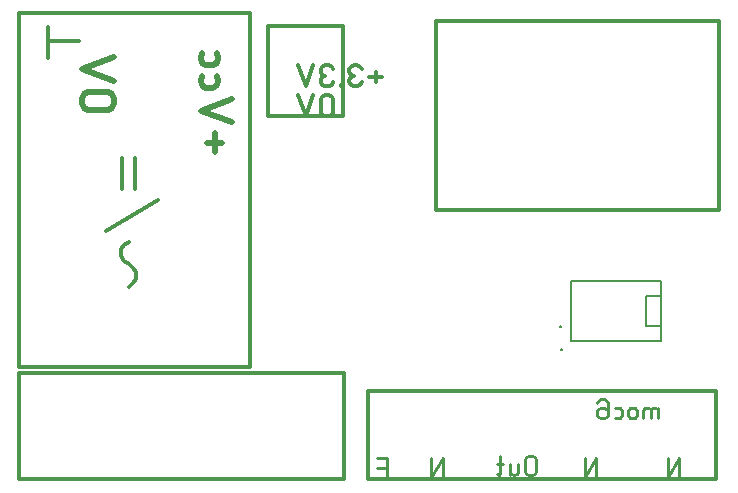
<source format=gbr>
%FSLAX34Y34*%
%MOMM*%
%LNSILK_BOTTOM*%
G71*
G01*
%ADD10C, 0.300*%
%ADD11C, 0.476*%
%ADD12C, 0.318*%
%ADD13C, 0.150*%
%ADD14C, 0.144*%
%ADD15C, 0.286*%
%ADD16C, 0.309*%
%LPD*%
G54D10*
X198575Y649000D02*
X3575Y649000D01*
X3575Y949000D01*
X198575Y949000D01*
X198575Y649000D01*
G54D10*
X278575Y554000D02*
X3575Y554000D01*
X3575Y644000D01*
X278575Y644000D01*
X278575Y554000D01*
G54D10*
X298575Y629000D02*
X593575Y629000D01*
X593575Y554000D01*
X298575Y554000D01*
X298575Y629000D01*
G54D10*
X596000Y782000D02*
X356000Y782000D01*
X356000Y942000D01*
X596000Y942000D01*
X596000Y782000D01*
G54D10*
X213900Y937600D02*
X277400Y937600D01*
X277400Y861400D01*
X213900Y861400D01*
X213900Y937600D01*
G54D11*
X78533Y882421D02*
X61867Y882421D01*
X58533Y880421D01*
X56867Y876421D01*
X56867Y872421D01*
X58533Y868421D01*
X61867Y866421D01*
X78533Y866421D01*
X81867Y868421D01*
X83533Y872421D01*
X83533Y876421D01*
X81867Y880421D01*
X78533Y882421D01*
G54D11*
X83533Y891754D02*
X56867Y901754D01*
X83533Y911754D01*
G54D11*
X168828Y830982D02*
X168828Y846982D01*
G54D11*
X175495Y838982D02*
X162162Y838982D01*
G54D11*
X183828Y856315D02*
X157162Y866315D01*
X183828Y876315D01*
G54D11*
X171162Y895648D02*
X172162Y891648D01*
X171162Y887648D01*
X167828Y885648D01*
X161162Y885648D01*
X157828Y887648D01*
X157162Y891648D01*
X157828Y895648D01*
G54D11*
X171162Y914981D02*
X172162Y910981D01*
X171162Y906981D01*
X167828Y904981D01*
X161162Y904981D01*
X157828Y906981D01*
X157162Y910981D01*
X157828Y914981D01*
G54D12*
X310487Y894578D02*
X299820Y894578D01*
G54D12*
X305154Y899022D02*
X305154Y890133D01*
G54D12*
X293598Y901244D02*
X292265Y903467D01*
X289598Y904578D01*
X286931Y904578D01*
X284265Y903467D01*
X282931Y901244D01*
X282931Y899022D01*
X284265Y896800D01*
X286931Y895689D01*
X284265Y894578D01*
X282931Y892356D01*
X282931Y890133D01*
X284265Y887911D01*
X286931Y886800D01*
X289598Y886800D01*
X292265Y887911D01*
X293598Y890133D01*
G54D12*
X275642Y886800D02*
X276709Y886800D01*
X276709Y887689D01*
X275642Y887689D01*
X275642Y886800D01*
X276709Y886800D01*
G54D12*
X269420Y901244D02*
X268087Y903467D01*
X265420Y904578D01*
X262753Y904578D01*
X260087Y903467D01*
X258753Y901244D01*
X258753Y899022D01*
X260087Y896800D01*
X262753Y895689D01*
X260087Y894578D01*
X258753Y892356D01*
X258753Y890133D01*
X260087Y887911D01*
X262753Y886800D01*
X265420Y886800D01*
X268087Y887911D01*
X269420Y890133D01*
G54D12*
X252531Y904578D02*
X245864Y886800D01*
X239198Y904578D01*
G54D12*
X258753Y875844D02*
X258753Y864733D01*
X260087Y862511D01*
X262753Y861400D01*
X265420Y861400D01*
X268087Y862511D01*
X269420Y864733D01*
X269420Y875844D01*
X268087Y878067D01*
X265420Y879178D01*
X262753Y879178D01*
X260087Y878067D01*
X258753Y875844D01*
G54D12*
X252531Y879178D02*
X245864Y861400D01*
X239198Y879178D01*
G54D13*
X546481Y670900D02*
X546481Y721700D01*
X470281Y721700D01*
X470281Y670900D01*
X546481Y670900D01*
G54D13*
X546481Y683600D02*
X546481Y709000D01*
X533781Y709000D01*
X533781Y683600D01*
X546481Y683600D01*
G54D14*
X463031Y663660D02*
X462338Y663660D01*
X462338Y664237D01*
X463031Y664237D01*
X463031Y663660D01*
X462338Y663660D01*
G54D14*
X461645Y683160D02*
X462338Y683160D01*
X462338Y683737D01*
X461645Y683737D01*
X461645Y683160D01*
X462338Y683160D01*
G54D14*
X461644Y683160D02*
X462338Y683160D01*
X462338Y683737D01*
X461644Y683737D01*
X461644Y683160D01*
X462338Y683160D01*
G54D15*
X314612Y555852D02*
X314612Y571852D01*
X306212Y571852D01*
G54D15*
X314612Y563852D02*
X306212Y563852D01*
G54D15*
X362004Y555852D02*
X362004Y571852D01*
X352404Y555852D01*
X352404Y571852D01*
G54D15*
X492004Y555852D02*
X492004Y571852D01*
X482404Y555852D01*
X482404Y571852D01*
G54D15*
X562004Y555852D02*
X562004Y571852D01*
X552404Y555852D01*
X552404Y571852D01*
G54D15*
X431564Y570852D02*
X431564Y560852D01*
X432764Y558852D01*
X435164Y557852D01*
X437564Y557852D01*
X439964Y558852D01*
X441164Y560852D01*
X441164Y570852D01*
X439964Y572852D01*
X437564Y573852D01*
X435164Y573852D01*
X432764Y572852D01*
X431564Y570852D01*
G54D15*
X418764Y566852D02*
X418764Y557852D01*
G54D15*
X418764Y559852D02*
X419964Y558252D01*
X422364Y557852D01*
X424764Y558252D01*
X425964Y559852D01*
X425964Y566852D01*
G54D15*
X410764Y573852D02*
X410764Y558852D01*
X409564Y557852D01*
X408364Y558252D01*
G54D15*
X413164Y566852D02*
X408364Y566852D01*
G54D15*
X544004Y605852D02*
X544004Y614852D01*
G54D15*
X544004Y613252D02*
X541604Y614852D01*
X539204Y614252D01*
X538004Y612852D01*
X538004Y605852D01*
G54D15*
X538004Y613252D02*
X535604Y614852D01*
X533204Y614252D01*
X532004Y612852D01*
X532004Y605852D01*
G54D15*
X519204Y608252D02*
X519204Y612252D01*
X520404Y614252D01*
X522804Y614852D01*
X525204Y614252D01*
X526404Y612252D01*
X526404Y608252D01*
X525204Y606252D01*
X522804Y605852D01*
X520404Y606252D01*
X519204Y608252D01*
G54D15*
X507604Y614252D02*
X510004Y614852D01*
X512404Y614252D01*
X513604Y612252D01*
X513604Y608252D01*
X512404Y606252D01*
X510004Y605852D01*
X507604Y606252D01*
G54D15*
X492404Y618852D02*
X493604Y620852D01*
X496004Y621852D01*
X498404Y621852D01*
X500804Y620852D01*
X502004Y618852D01*
X502004Y613852D01*
X502004Y612852D01*
X498404Y614852D01*
X496004Y614852D01*
X493604Y613852D01*
X492404Y611852D01*
X492404Y608852D01*
X493604Y606852D01*
X496004Y605852D01*
X498404Y605852D01*
X500804Y606852D01*
X502004Y608852D01*
X502004Y613852D01*
G54D10*
X54000Y925000D02*
X30000Y925000D01*
G54D10*
X28000Y937000D02*
X28000Y911000D01*
G54D16*
X96021Y717320D02*
X99910Y719987D01*
X102133Y723987D01*
X102133Y729320D01*
X99910Y733320D01*
X96021Y736653D01*
X92133Y739320D01*
X89910Y743320D01*
X89910Y749320D01*
X92133Y752653D01*
X96021Y755320D01*
G54D16*
X76577Y764209D02*
X121021Y790876D01*
G54D16*
X101577Y799765D02*
X101577Y826432D01*
G54D16*
X90466Y799765D02*
X90466Y826432D01*
M02*

</source>
